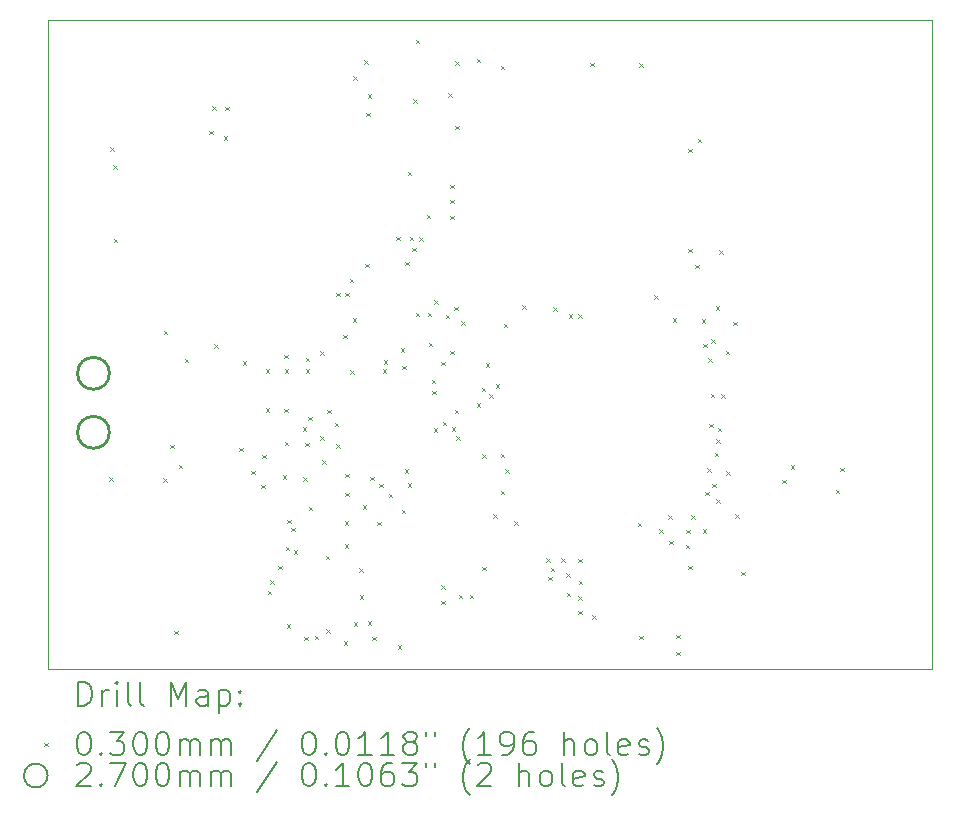
<source format=gbr>
%TF.GenerationSoftware,KiCad,Pcbnew,8.0.5*%
%TF.CreationDate,2024-11-03T18:03:42-05:00*%
%TF.ProjectId,emerald_pcb,656d6572-616c-4645-9f70-63622e6b6963,rev?*%
%TF.SameCoordinates,Original*%
%TF.FileFunction,Drillmap*%
%TF.FilePolarity,Positive*%
%FSLAX45Y45*%
G04 Gerber Fmt 4.5, Leading zero omitted, Abs format (unit mm)*
G04 Created by KiCad (PCBNEW 8.0.5) date 2024-11-03 18:03:42*
%MOMM*%
%LPD*%
G01*
G04 APERTURE LIST*
%ADD10C,0.050000*%
%ADD11C,0.200000*%
%ADD12C,0.100000*%
%ADD13C,0.270000*%
G04 APERTURE END LIST*
D10*
X3474720Y-3454400D02*
X10957560Y-3454400D01*
X10957560Y-8945880D01*
X3474720Y-8945880D01*
X3474720Y-3454400D01*
D11*
D12*
X3993120Y-7325600D02*
X4023120Y-7355600D01*
X4023120Y-7325600D02*
X3993120Y-7355600D01*
X4003280Y-4531600D02*
X4033280Y-4561600D01*
X4033280Y-4531600D02*
X4003280Y-4561600D01*
X4028680Y-4684000D02*
X4058680Y-4714000D01*
X4058680Y-4684000D02*
X4028680Y-4714000D01*
X4033760Y-5308840D02*
X4063760Y-5338840D01*
X4063760Y-5308840D02*
X4033760Y-5338840D01*
X4450320Y-7335760D02*
X4480320Y-7365760D01*
X4480320Y-7335760D02*
X4450320Y-7365760D01*
X4455400Y-6086080D02*
X4485400Y-6116080D01*
X4485400Y-6086080D02*
X4455400Y-6116080D01*
X4511280Y-7051280D02*
X4541280Y-7081280D01*
X4541280Y-7051280D02*
X4511280Y-7081280D01*
X4546840Y-8626080D02*
X4576840Y-8656080D01*
X4576840Y-8626080D02*
X4546840Y-8656080D01*
X4582400Y-7218920D02*
X4612400Y-7248920D01*
X4612400Y-7218920D02*
X4582400Y-7248920D01*
X4632447Y-6324086D02*
X4662447Y-6354086D01*
X4662447Y-6324086D02*
X4632447Y-6354086D01*
X4841480Y-4394440D02*
X4871480Y-4424440D01*
X4871480Y-4394440D02*
X4841480Y-4424440D01*
X4867760Y-4186160D02*
X4897760Y-4216160D01*
X4897760Y-4186160D02*
X4867760Y-4216160D01*
X4882120Y-6198800D02*
X4912120Y-6228800D01*
X4912120Y-6198800D02*
X4882120Y-6228800D01*
X4962520Y-4440160D02*
X4992520Y-4470160D01*
X4992520Y-4440160D02*
X4962520Y-4470160D01*
X4977760Y-4191240D02*
X5007760Y-4221240D01*
X5007760Y-4191240D02*
X4977760Y-4221240D01*
X5095480Y-7077640D02*
X5125480Y-7107640D01*
X5125480Y-7077640D02*
X5095480Y-7107640D01*
X5125960Y-6345160D02*
X5155960Y-6375160D01*
X5155960Y-6345160D02*
X5125960Y-6375160D01*
X5197080Y-7269720D02*
X5227080Y-7299720D01*
X5227080Y-7269720D02*
X5197080Y-7299720D01*
X5283100Y-7391640D02*
X5313100Y-7421640D01*
X5313100Y-7391640D02*
X5283100Y-7421640D01*
X5288520Y-7137640D02*
X5318520Y-7167640D01*
X5318520Y-7137640D02*
X5288520Y-7167640D01*
X5318080Y-6411200D02*
X5348080Y-6441200D01*
X5348080Y-6411200D02*
X5318080Y-6441200D01*
X5318080Y-6741400D02*
X5348080Y-6771400D01*
X5348080Y-6741400D02*
X5318080Y-6771400D01*
X5338360Y-8286219D02*
X5368360Y-8316219D01*
X5368360Y-8286219D02*
X5338360Y-8316219D01*
X5359640Y-8199360D02*
X5389640Y-8229360D01*
X5389640Y-8199360D02*
X5359640Y-8229360D01*
X5424720Y-8077440D02*
X5454720Y-8107440D01*
X5454720Y-8077440D02*
X5424720Y-8107440D01*
X5463100Y-7310360D02*
X5493100Y-7340360D01*
X5493100Y-7310360D02*
X5463100Y-7340360D01*
X5478080Y-6289280D02*
X5508080Y-6319280D01*
X5508080Y-6289280D02*
X5478080Y-6319280D01*
X5478080Y-6746480D02*
X5508080Y-6776480D01*
X5508080Y-6746480D02*
X5478080Y-6776480D01*
X5479040Y-6411200D02*
X5509040Y-6441200D01*
X5509040Y-6411200D02*
X5479040Y-6441200D01*
X5479040Y-7025880D02*
X5509040Y-7055880D01*
X5509040Y-7025880D02*
X5479040Y-7055880D01*
X5489663Y-7913930D02*
X5519663Y-7943930D01*
X5519663Y-7913930D02*
X5489663Y-7943930D01*
X5495439Y-8571027D02*
X5525439Y-8601027D01*
X5525439Y-8571027D02*
X5495439Y-8601027D01*
X5501880Y-7686280D02*
X5531880Y-7716280D01*
X5531880Y-7686280D02*
X5501880Y-7716280D01*
X5535421Y-7753362D02*
X5565421Y-7783362D01*
X5565421Y-7753362D02*
X5535421Y-7783362D01*
X5557760Y-7945360D02*
X5587760Y-7975360D01*
X5587760Y-7945360D02*
X5557760Y-7975360D01*
X5634040Y-6903960D02*
X5664040Y-6933960D01*
X5664040Y-6903960D02*
X5634040Y-6933960D01*
X5639040Y-7325600D02*
X5669040Y-7355600D01*
X5669040Y-7325600D02*
X5639040Y-7355600D01*
X5644120Y-8676920D02*
X5674120Y-8706920D01*
X5674120Y-8676920D02*
X5644120Y-8706920D01*
X5654280Y-7036040D02*
X5684280Y-7066040D01*
X5684280Y-7036040D02*
X5654280Y-7066040D01*
X5659360Y-6314680D02*
X5689360Y-6344680D01*
X5689360Y-6314680D02*
X5659360Y-6344680D01*
X5659360Y-6411200D02*
X5689360Y-6441200D01*
X5689360Y-6411200D02*
X5659360Y-6441200D01*
X5680640Y-6812520D02*
X5710640Y-6842520D01*
X5710640Y-6812520D02*
X5680640Y-6842520D01*
X5684760Y-7574520D02*
X5714760Y-7604520D01*
X5714760Y-7574520D02*
X5684760Y-7604520D01*
X5736004Y-8669889D02*
X5766004Y-8699889D01*
X5766004Y-8669889D02*
X5736004Y-8699889D01*
X5780400Y-6980160D02*
X5810400Y-7010160D01*
X5810400Y-6980160D02*
X5780400Y-7010160D01*
X5782240Y-6257694D02*
X5812240Y-6287694D01*
X5812240Y-6257694D02*
X5782240Y-6287694D01*
X5798440Y-7183360D02*
X5828440Y-7213360D01*
X5828440Y-7183360D02*
X5798440Y-7213360D01*
X5829149Y-7991722D02*
X5859149Y-8021722D01*
X5859149Y-7991722D02*
X5829149Y-8021722D01*
X5830720Y-8614055D02*
X5860720Y-8644055D01*
X5860720Y-8614055D02*
X5830720Y-8644055D01*
X5842240Y-6756640D02*
X5872240Y-6786640D01*
X5872240Y-6756640D02*
X5842240Y-6786640D01*
X5902965Y-6864736D02*
X5932965Y-6894736D01*
X5932965Y-6864736D02*
X5902965Y-6894736D01*
X5914640Y-5763840D02*
X5944640Y-5793840D01*
X5944640Y-5763840D02*
X5914640Y-5793840D01*
X5918440Y-7046200D02*
X5948440Y-7076200D01*
X5948440Y-7046200D02*
X5918440Y-7076200D01*
X5974320Y-6121640D02*
X6004320Y-6151640D01*
X6004320Y-6121640D02*
X5974320Y-6151640D01*
X5979400Y-8716920D02*
X6009400Y-8746920D01*
X6009400Y-8716920D02*
X5979400Y-8746920D01*
X5989560Y-7697400D02*
X6019560Y-7727400D01*
X6019560Y-7697400D02*
X5989560Y-7727400D01*
X5989560Y-7894560D02*
X6019560Y-7924560D01*
X6019560Y-7894560D02*
X5989560Y-7924560D01*
X5994640Y-5763840D02*
X6024640Y-5793840D01*
X6024640Y-5763840D02*
X5994640Y-5793840D01*
X5994640Y-7295120D02*
X6024640Y-7325120D01*
X6024640Y-7295120D02*
X5994640Y-7325120D01*
X5994640Y-7457680D02*
X6024640Y-7487680D01*
X6024640Y-7457680D02*
X5994640Y-7487680D01*
X6029201Y-5644630D02*
X6059201Y-5674630D01*
X6059201Y-5644630D02*
X6029201Y-5674630D01*
X6035280Y-6421360D02*
X6065280Y-6451360D01*
X6065280Y-6421360D02*
X6035280Y-6451360D01*
X6055600Y-5979400D02*
X6085600Y-6009400D01*
X6085600Y-5979400D02*
X6055600Y-6009400D01*
X6060680Y-3932160D02*
X6090680Y-3962160D01*
X6090680Y-3932160D02*
X6060680Y-3962160D01*
X6065760Y-8555000D02*
X6095760Y-8585000D01*
X6095760Y-8555000D02*
X6065760Y-8585000D01*
X6111480Y-8097760D02*
X6141480Y-8127760D01*
X6141480Y-8097760D02*
X6111480Y-8127760D01*
X6116560Y-8326360D02*
X6146560Y-8356360D01*
X6146560Y-8326360D02*
X6116560Y-8356360D01*
X6141960Y-7564360D02*
X6171960Y-7594360D01*
X6171960Y-7564360D02*
X6141960Y-7594360D01*
X6152120Y-3795000D02*
X6182120Y-3825000D01*
X6182120Y-3795000D02*
X6152120Y-3825000D01*
X6162280Y-5517120D02*
X6192280Y-5547120D01*
X6192280Y-5517120D02*
X6162280Y-5547120D01*
X6172440Y-4242040D02*
X6202440Y-4272040D01*
X6202440Y-4242040D02*
X6172440Y-4272040D01*
X6181720Y-4084560D02*
X6211720Y-4114560D01*
X6211720Y-4084560D02*
X6181720Y-4114560D01*
X6182600Y-8544800D02*
X6212600Y-8574800D01*
X6212600Y-8544800D02*
X6182600Y-8574800D01*
X6202920Y-7320520D02*
X6232920Y-7350520D01*
X6232920Y-7320520D02*
X6202920Y-7350520D01*
X6220372Y-8675000D02*
X6250372Y-8705000D01*
X6250372Y-8675000D02*
X6220372Y-8705000D01*
X6263880Y-7701520D02*
X6293880Y-7731520D01*
X6293880Y-7701520D02*
X6263880Y-7731520D01*
X6279120Y-7381480D02*
X6309120Y-7411480D01*
X6309120Y-7381480D02*
X6279120Y-7411480D01*
X6309019Y-6409868D02*
X6339019Y-6439868D01*
X6339019Y-6409868D02*
X6309019Y-6439868D01*
X6320513Y-6335753D02*
X6350513Y-6365753D01*
X6350513Y-6335753D02*
X6320513Y-6365753D01*
X6360400Y-7467840D02*
X6390400Y-7497840D01*
X6390400Y-7467840D02*
X6360400Y-7497840D01*
X6426440Y-5288520D02*
X6456440Y-5318520D01*
X6456440Y-5288520D02*
X6426440Y-5318520D01*
X6436600Y-8748000D02*
X6466600Y-8778000D01*
X6466600Y-8748000D02*
X6436600Y-8778000D01*
X6462000Y-6233400D02*
X6492000Y-6263400D01*
X6492000Y-6233400D02*
X6462000Y-6263400D01*
X6472160Y-7599920D02*
X6502160Y-7629920D01*
X6502160Y-7599920D02*
X6472160Y-7629920D01*
X6477240Y-6380720D02*
X6507240Y-6410720D01*
X6507240Y-6380720D02*
X6477240Y-6410720D01*
X6497560Y-7259560D02*
X6527560Y-7289560D01*
X6527560Y-7259560D02*
X6497560Y-7289560D01*
X6501400Y-5501880D02*
X6531400Y-5531880D01*
X6531400Y-5501880D02*
X6501400Y-5531880D01*
X6522960Y-4739880D02*
X6552960Y-4769880D01*
X6552960Y-4739880D02*
X6522960Y-4769880D01*
X6522960Y-7375520D02*
X6552960Y-7405520D01*
X6552960Y-7375520D02*
X6522960Y-7405520D01*
X6538200Y-5288520D02*
X6568200Y-5318520D01*
X6568200Y-5288520D02*
X6538200Y-5318520D01*
X6561400Y-5385040D02*
X6591400Y-5415040D01*
X6591400Y-5385040D02*
X6561400Y-5415040D01*
X6568680Y-4125200D02*
X6598680Y-4155200D01*
X6598680Y-4125200D02*
X6568680Y-4155200D01*
X6589000Y-3623160D02*
X6619000Y-3653160D01*
X6619000Y-3623160D02*
X6589000Y-3653160D01*
X6589000Y-5933840D02*
X6619000Y-5963840D01*
X6619000Y-5933840D02*
X6589000Y-5963840D01*
X6621400Y-5293600D02*
X6651400Y-5323600D01*
X6651400Y-5293600D02*
X6621400Y-5323600D01*
X6681400Y-5105640D02*
X6711400Y-5135640D01*
X6711400Y-5105640D02*
X6681400Y-5135640D01*
X6692079Y-5933840D02*
X6722079Y-5963840D01*
X6722079Y-5933840D02*
X6692079Y-5963840D01*
X6700760Y-6188640D02*
X6730760Y-6218640D01*
X6730760Y-6188640D02*
X6700760Y-6218640D01*
X6726160Y-6500720D02*
X6756160Y-6530720D01*
X6756160Y-6500720D02*
X6726160Y-6530720D01*
X6731240Y-6595600D02*
X6761240Y-6625600D01*
X6761240Y-6595600D02*
X6731240Y-6625600D01*
X6741400Y-6910600D02*
X6771400Y-6940600D01*
X6771400Y-6910600D02*
X6741400Y-6940600D01*
X6746206Y-5825766D02*
X6776206Y-5855766D01*
X6776206Y-5825766D02*
X6746206Y-5855766D01*
X6807440Y-6348660D02*
X6837440Y-6378660D01*
X6837440Y-6348660D02*
X6807440Y-6378660D01*
X6807440Y-8240000D02*
X6837440Y-8270000D01*
X6837440Y-8240000D02*
X6807440Y-8270000D01*
X6807440Y-8372080D02*
X6837440Y-8402080D01*
X6837440Y-8372080D02*
X6807440Y-8402080D01*
X6817600Y-6858240D02*
X6847600Y-6888240D01*
X6847600Y-6858240D02*
X6817600Y-6888240D01*
X6844786Y-5950706D02*
X6874786Y-5980706D01*
X6874786Y-5950706D02*
X6844786Y-5980706D01*
X6864280Y-4074400D02*
X6894280Y-4104400D01*
X6894280Y-4074400D02*
X6864280Y-4104400D01*
X6882680Y-4978640D02*
X6912680Y-5008640D01*
X6912680Y-4978640D02*
X6882680Y-5008640D01*
X6882680Y-5110720D02*
X6912680Y-5140720D01*
X6912680Y-5110720D02*
X6882680Y-5140720D01*
X6883640Y-4851640D02*
X6913640Y-4881640D01*
X6913640Y-4851640D02*
X6883640Y-4881640D01*
X6883640Y-6254680D02*
X6913640Y-6284680D01*
X6913640Y-6254680D02*
X6883640Y-6284680D01*
X6893800Y-6903960D02*
X6923800Y-6933960D01*
X6923800Y-6903960D02*
X6893800Y-6933960D01*
X6914120Y-5882880D02*
X6944120Y-5912880D01*
X6944120Y-5882880D02*
X6914120Y-5912880D01*
X6919902Y-6755760D02*
X6949902Y-6785760D01*
X6949902Y-6755760D02*
X6919902Y-6785760D01*
X6924280Y-3805160D02*
X6954280Y-3835160D01*
X6954280Y-3805160D02*
X6924280Y-3835160D01*
X6924280Y-4348720D02*
X6954280Y-4378720D01*
X6954280Y-4348720D02*
X6924280Y-4378720D01*
X6934440Y-6980160D02*
X6964440Y-7010160D01*
X6964440Y-6980160D02*
X6934440Y-7010160D01*
X6954760Y-8321280D02*
X6984760Y-8351280D01*
X6984760Y-8321280D02*
X6954760Y-8351280D01*
X6975080Y-6003920D02*
X7005080Y-6033920D01*
X7005080Y-6003920D02*
X6975080Y-6033920D01*
X7046200Y-8321280D02*
X7076200Y-8351280D01*
X7076200Y-8321280D02*
X7046200Y-8351280D01*
X7106406Y-3782920D02*
X7136406Y-3812920D01*
X7136406Y-3782920D02*
X7106406Y-3812920D01*
X7107160Y-6700760D02*
X7137160Y-6730760D01*
X7137160Y-6700760D02*
X7107160Y-6730760D01*
X7149586Y-6570466D02*
X7179586Y-6600466D01*
X7179586Y-6570466D02*
X7149586Y-6600466D01*
X7152880Y-7132560D02*
X7182880Y-7162560D01*
X7182880Y-7132560D02*
X7152880Y-7162560D01*
X7152880Y-8082520D02*
X7182880Y-8112520D01*
X7182880Y-8082520D02*
X7152880Y-8112520D01*
X7182606Y-6359646D02*
X7212606Y-6389646D01*
X7212606Y-6359646D02*
X7182606Y-6389646D01*
X7213840Y-6622120D02*
X7243840Y-6652120D01*
X7243840Y-6622120D02*
X7213840Y-6652120D01*
X7244320Y-7637400D02*
X7274320Y-7667400D01*
X7274320Y-7637400D02*
X7244320Y-7667400D01*
X7267786Y-6537120D02*
X7297786Y-6567120D01*
X7297786Y-6537120D02*
X7267786Y-6567120D01*
X7309480Y-7127480D02*
X7339480Y-7157480D01*
X7339480Y-7127480D02*
X7309480Y-7157480D01*
X7309480Y-7442440D02*
X7339480Y-7472440D01*
X7339480Y-7442440D02*
X7309480Y-7472440D01*
X7310360Y-3842920D02*
X7340360Y-3872920D01*
X7340360Y-3842920D02*
X7310360Y-3872920D01*
X7335760Y-6025120D02*
X7365760Y-6055120D01*
X7365760Y-6025120D02*
X7335760Y-6055120D01*
X7345920Y-7259560D02*
X7375920Y-7289560D01*
X7375920Y-7259560D02*
X7345920Y-7289560D01*
X7422120Y-7697400D02*
X7452120Y-7727400D01*
X7452120Y-7697400D02*
X7422120Y-7727400D01*
X7490189Y-5869669D02*
X7520189Y-5899669D01*
X7520189Y-5869669D02*
X7490189Y-5899669D01*
X7696440Y-8013940D02*
X7726440Y-8043940D01*
X7726440Y-8013940D02*
X7696440Y-8043940D01*
X7711387Y-8169979D02*
X7741387Y-8199979D01*
X7741387Y-8169979D02*
X7711387Y-8199979D01*
X7732000Y-8092680D02*
X7762000Y-8122680D01*
X7762000Y-8092680D02*
X7732000Y-8122680D01*
X7752320Y-5887960D02*
X7782320Y-5917960D01*
X7782320Y-5887960D02*
X7752320Y-5917960D01*
X7823513Y-8013940D02*
X7853513Y-8043940D01*
X7853513Y-8013940D02*
X7823513Y-8043940D01*
X7863326Y-8139153D02*
X7893326Y-8169153D01*
X7893326Y-8139153D02*
X7863326Y-8169153D01*
X7869160Y-8306040D02*
X7899160Y-8336040D01*
X7899160Y-8306040D02*
X7869160Y-8336040D01*
X7885680Y-5944800D02*
X7915680Y-5974800D01*
X7915680Y-5944800D02*
X7885680Y-5974800D01*
X7965680Y-5944800D02*
X7995680Y-5974800D01*
X7995680Y-5944800D02*
X7965680Y-5974800D01*
X7965680Y-8016480D02*
X7995680Y-8046480D01*
X7995680Y-8016480D02*
X7965680Y-8046480D01*
X7965680Y-8334940D02*
X7995680Y-8364940D01*
X7995680Y-8334940D02*
X7965680Y-8364940D01*
X7965680Y-8454940D02*
X7995680Y-8484940D01*
X7995680Y-8454940D02*
X7965680Y-8484940D01*
X7970760Y-8204440D02*
X8000760Y-8234440D01*
X8000760Y-8204440D02*
X7970760Y-8234440D01*
X8067280Y-3815320D02*
X8097280Y-3845320D01*
X8097280Y-3815320D02*
X8067280Y-3845320D01*
X8083737Y-8494940D02*
X8113737Y-8524940D01*
X8113737Y-8494940D02*
X8083737Y-8524940D01*
X8468600Y-7711680D02*
X8498600Y-7741680D01*
X8498600Y-7711680D02*
X8468600Y-7741680D01*
X8483840Y-3820400D02*
X8513840Y-3850400D01*
X8513840Y-3820400D02*
X8483840Y-3850400D01*
X8483840Y-8667680D02*
X8513840Y-8697680D01*
X8513840Y-8667680D02*
X8483840Y-8697680D01*
X8610840Y-5784800D02*
X8640840Y-5814800D01*
X8640840Y-5784800D02*
X8610840Y-5814800D01*
X8651480Y-7766600D02*
X8681480Y-7796600D01*
X8681480Y-7766600D02*
X8651480Y-7796600D01*
X8727680Y-7646600D02*
X8757680Y-7676600D01*
X8757680Y-7646600D02*
X8727680Y-7676600D01*
X8737840Y-7864080D02*
X8767840Y-7894080D01*
X8767840Y-7864080D02*
X8737840Y-7894080D01*
X8765173Y-5980360D02*
X8795173Y-6010360D01*
X8795173Y-5980360D02*
X8765173Y-6010360D01*
X8793720Y-8660760D02*
X8823720Y-8690760D01*
X8823720Y-8660760D02*
X8793720Y-8690760D01*
X8793720Y-8802640D02*
X8823720Y-8832640D01*
X8823720Y-8802640D02*
X8793720Y-8832640D01*
X8875000Y-7899640D02*
X8905000Y-7929640D01*
X8905000Y-7899640D02*
X8875000Y-7929640D01*
X8879807Y-7772366D02*
X8909807Y-7802366D01*
X8909807Y-7772366D02*
X8879807Y-7802366D01*
X8895320Y-8077440D02*
X8925320Y-8107440D01*
X8925320Y-8077440D02*
X8895320Y-8107440D01*
X8895594Y-4546567D02*
X8925594Y-4576567D01*
X8925594Y-4546567D02*
X8895594Y-4576567D01*
X8896280Y-5390120D02*
X8926280Y-5420120D01*
X8926280Y-5390120D02*
X8896280Y-5420120D01*
X8920720Y-7646600D02*
X8950720Y-7676600D01*
X8950720Y-7646600D02*
X8920720Y-7676600D01*
X8956280Y-5527280D02*
X8986280Y-5557280D01*
X8986280Y-5527280D02*
X8956280Y-5557280D01*
X8976600Y-4460480D02*
X9006600Y-4490480D01*
X9006600Y-4460480D02*
X8976600Y-4490480D01*
X9009409Y-5990124D02*
X9039409Y-6020124D01*
X9039409Y-5990124D02*
X9009409Y-6020124D01*
X9018747Y-7766600D02*
X9048747Y-7796600D01*
X9048747Y-7766600D02*
X9018747Y-7796600D01*
X9024112Y-6197120D02*
X9054112Y-6227120D01*
X9054112Y-6197120D02*
X9024112Y-6227120D01*
X9039480Y-7448561D02*
X9069480Y-7478561D01*
X9069480Y-7448561D02*
X9039480Y-7478561D01*
X9059800Y-7252120D02*
X9089800Y-7282120D01*
X9089800Y-7252120D02*
X9059800Y-7282120D01*
X9068040Y-6317120D02*
X9098040Y-6347120D01*
X9098040Y-6317120D02*
X9068040Y-6347120D01*
X9073120Y-6873480D02*
X9103120Y-6903480D01*
X9103120Y-6873480D02*
X9073120Y-6903480D01*
X9088360Y-6619480D02*
X9118360Y-6649480D01*
X9118360Y-6619480D02*
X9088360Y-6649480D01*
X9093440Y-6157200D02*
X9123440Y-6187200D01*
X9123440Y-6157200D02*
X9093440Y-6187200D01*
X9099480Y-7381480D02*
X9129480Y-7411480D01*
X9129480Y-7381480D02*
X9099480Y-7411480D01*
X9119800Y-7117320D02*
X9149800Y-7147320D01*
X9149800Y-7117320D02*
X9119800Y-7147320D01*
X9129000Y-5877800D02*
X9159000Y-5907800D01*
X9159000Y-5877800D02*
X9129000Y-5907800D01*
X9134080Y-7005560D02*
X9164080Y-7035560D01*
X9164080Y-7005560D02*
X9134080Y-7035560D01*
X9134080Y-7513560D02*
X9164080Y-7543560D01*
X9164080Y-7513560D02*
X9134080Y-7543560D01*
X9145757Y-6907005D02*
X9175757Y-6937005D01*
X9175757Y-6907005D02*
X9145757Y-6937005D01*
X9159480Y-5405360D02*
X9189480Y-5435360D01*
X9189480Y-5405360D02*
X9159480Y-5435360D01*
X9174720Y-6622120D02*
X9204720Y-6652120D01*
X9204720Y-6622120D02*
X9174720Y-6652120D01*
X9215360Y-6253720D02*
X9245360Y-6283720D01*
X9245360Y-6253720D02*
X9215360Y-6283720D01*
X9219480Y-7276483D02*
X9249480Y-7306483D01*
X9249480Y-7276483D02*
X9219480Y-7306483D01*
X9276320Y-6009880D02*
X9306320Y-6039880D01*
X9306320Y-6009880D02*
X9276320Y-6039880D01*
X9296640Y-7640560D02*
X9326640Y-7670560D01*
X9326640Y-7640560D02*
X9296640Y-7670560D01*
X9347440Y-8128240D02*
X9377440Y-8158240D01*
X9377440Y-8128240D02*
X9347440Y-8158240D01*
X9692880Y-7345920D02*
X9722880Y-7375920D01*
X9722880Y-7345920D02*
X9692880Y-7375920D01*
X9762674Y-7225326D02*
X9792674Y-7255326D01*
X9792674Y-7225326D02*
X9762674Y-7255326D01*
X10145000Y-7432280D02*
X10175000Y-7462280D01*
X10175000Y-7432280D02*
X10145000Y-7462280D01*
X10185640Y-7244320D02*
X10215640Y-7274320D01*
X10215640Y-7244320D02*
X10185640Y-7274320D01*
D13*
X3995800Y-6446520D02*
G75*
G02*
X3725800Y-6446520I-135000J0D01*
G01*
X3725800Y-6446520D02*
G75*
G02*
X3995800Y-6446520I135000J0D01*
G01*
X3995800Y-6946520D02*
G75*
G02*
X3725800Y-6946520I-135000J0D01*
G01*
X3725800Y-6946520D02*
G75*
G02*
X3995800Y-6946520I135000J0D01*
G01*
D11*
X3732997Y-9259864D02*
X3732997Y-9059864D01*
X3732997Y-9059864D02*
X3780616Y-9059864D01*
X3780616Y-9059864D02*
X3809187Y-9069388D01*
X3809187Y-9069388D02*
X3828235Y-9088435D01*
X3828235Y-9088435D02*
X3837759Y-9107483D01*
X3837759Y-9107483D02*
X3847282Y-9145578D01*
X3847282Y-9145578D02*
X3847282Y-9174150D01*
X3847282Y-9174150D02*
X3837759Y-9212245D01*
X3837759Y-9212245D02*
X3828235Y-9231292D01*
X3828235Y-9231292D02*
X3809187Y-9250340D01*
X3809187Y-9250340D02*
X3780616Y-9259864D01*
X3780616Y-9259864D02*
X3732997Y-9259864D01*
X3932997Y-9259864D02*
X3932997Y-9126530D01*
X3932997Y-9164626D02*
X3942521Y-9145578D01*
X3942521Y-9145578D02*
X3952044Y-9136054D01*
X3952044Y-9136054D02*
X3971092Y-9126530D01*
X3971092Y-9126530D02*
X3990140Y-9126530D01*
X4056806Y-9259864D02*
X4056806Y-9126530D01*
X4056806Y-9059864D02*
X4047282Y-9069388D01*
X4047282Y-9069388D02*
X4056806Y-9078911D01*
X4056806Y-9078911D02*
X4066330Y-9069388D01*
X4066330Y-9069388D02*
X4056806Y-9059864D01*
X4056806Y-9059864D02*
X4056806Y-9078911D01*
X4180616Y-9259864D02*
X4161568Y-9250340D01*
X4161568Y-9250340D02*
X4152044Y-9231292D01*
X4152044Y-9231292D02*
X4152044Y-9059864D01*
X4285378Y-9259864D02*
X4266330Y-9250340D01*
X4266330Y-9250340D02*
X4256806Y-9231292D01*
X4256806Y-9231292D02*
X4256806Y-9059864D01*
X4513949Y-9259864D02*
X4513949Y-9059864D01*
X4513949Y-9059864D02*
X4580616Y-9202721D01*
X4580616Y-9202721D02*
X4647283Y-9059864D01*
X4647283Y-9059864D02*
X4647283Y-9259864D01*
X4828235Y-9259864D02*
X4828235Y-9155102D01*
X4828235Y-9155102D02*
X4818711Y-9136054D01*
X4818711Y-9136054D02*
X4799664Y-9126530D01*
X4799664Y-9126530D02*
X4761568Y-9126530D01*
X4761568Y-9126530D02*
X4742521Y-9136054D01*
X4828235Y-9250340D02*
X4809187Y-9259864D01*
X4809187Y-9259864D02*
X4761568Y-9259864D01*
X4761568Y-9259864D02*
X4742521Y-9250340D01*
X4742521Y-9250340D02*
X4732997Y-9231292D01*
X4732997Y-9231292D02*
X4732997Y-9212245D01*
X4732997Y-9212245D02*
X4742521Y-9193197D01*
X4742521Y-9193197D02*
X4761568Y-9183673D01*
X4761568Y-9183673D02*
X4809187Y-9183673D01*
X4809187Y-9183673D02*
X4828235Y-9174150D01*
X4923473Y-9126530D02*
X4923473Y-9326530D01*
X4923473Y-9136054D02*
X4942521Y-9126530D01*
X4942521Y-9126530D02*
X4980616Y-9126530D01*
X4980616Y-9126530D02*
X4999664Y-9136054D01*
X4999664Y-9136054D02*
X5009187Y-9145578D01*
X5009187Y-9145578D02*
X5018711Y-9164626D01*
X5018711Y-9164626D02*
X5018711Y-9221769D01*
X5018711Y-9221769D02*
X5009187Y-9240816D01*
X5009187Y-9240816D02*
X4999664Y-9250340D01*
X4999664Y-9250340D02*
X4980616Y-9259864D01*
X4980616Y-9259864D02*
X4942521Y-9259864D01*
X4942521Y-9259864D02*
X4923473Y-9250340D01*
X5104425Y-9240816D02*
X5113949Y-9250340D01*
X5113949Y-9250340D02*
X5104425Y-9259864D01*
X5104425Y-9259864D02*
X5094902Y-9250340D01*
X5094902Y-9250340D02*
X5104425Y-9240816D01*
X5104425Y-9240816D02*
X5104425Y-9259864D01*
X5104425Y-9136054D02*
X5113949Y-9145578D01*
X5113949Y-9145578D02*
X5104425Y-9155102D01*
X5104425Y-9155102D02*
X5094902Y-9145578D01*
X5094902Y-9145578D02*
X5104425Y-9136054D01*
X5104425Y-9136054D02*
X5104425Y-9155102D01*
D12*
X3442220Y-9573380D02*
X3472220Y-9603380D01*
X3472220Y-9573380D02*
X3442220Y-9603380D01*
D11*
X3771092Y-9479864D02*
X3790140Y-9479864D01*
X3790140Y-9479864D02*
X3809187Y-9489388D01*
X3809187Y-9489388D02*
X3818711Y-9498911D01*
X3818711Y-9498911D02*
X3828235Y-9517959D01*
X3828235Y-9517959D02*
X3837759Y-9556054D01*
X3837759Y-9556054D02*
X3837759Y-9603673D01*
X3837759Y-9603673D02*
X3828235Y-9641769D01*
X3828235Y-9641769D02*
X3818711Y-9660816D01*
X3818711Y-9660816D02*
X3809187Y-9670340D01*
X3809187Y-9670340D02*
X3790140Y-9679864D01*
X3790140Y-9679864D02*
X3771092Y-9679864D01*
X3771092Y-9679864D02*
X3752044Y-9670340D01*
X3752044Y-9670340D02*
X3742521Y-9660816D01*
X3742521Y-9660816D02*
X3732997Y-9641769D01*
X3732997Y-9641769D02*
X3723473Y-9603673D01*
X3723473Y-9603673D02*
X3723473Y-9556054D01*
X3723473Y-9556054D02*
X3732997Y-9517959D01*
X3732997Y-9517959D02*
X3742521Y-9498911D01*
X3742521Y-9498911D02*
X3752044Y-9489388D01*
X3752044Y-9489388D02*
X3771092Y-9479864D01*
X3923473Y-9660816D02*
X3932997Y-9670340D01*
X3932997Y-9670340D02*
X3923473Y-9679864D01*
X3923473Y-9679864D02*
X3913949Y-9670340D01*
X3913949Y-9670340D02*
X3923473Y-9660816D01*
X3923473Y-9660816D02*
X3923473Y-9679864D01*
X3999663Y-9479864D02*
X4123473Y-9479864D01*
X4123473Y-9479864D02*
X4056806Y-9556054D01*
X4056806Y-9556054D02*
X4085378Y-9556054D01*
X4085378Y-9556054D02*
X4104425Y-9565578D01*
X4104425Y-9565578D02*
X4113949Y-9575102D01*
X4113949Y-9575102D02*
X4123473Y-9594150D01*
X4123473Y-9594150D02*
X4123473Y-9641769D01*
X4123473Y-9641769D02*
X4113949Y-9660816D01*
X4113949Y-9660816D02*
X4104425Y-9670340D01*
X4104425Y-9670340D02*
X4085378Y-9679864D01*
X4085378Y-9679864D02*
X4028235Y-9679864D01*
X4028235Y-9679864D02*
X4009187Y-9670340D01*
X4009187Y-9670340D02*
X3999663Y-9660816D01*
X4247283Y-9479864D02*
X4266330Y-9479864D01*
X4266330Y-9479864D02*
X4285378Y-9489388D01*
X4285378Y-9489388D02*
X4294902Y-9498911D01*
X4294902Y-9498911D02*
X4304425Y-9517959D01*
X4304425Y-9517959D02*
X4313949Y-9556054D01*
X4313949Y-9556054D02*
X4313949Y-9603673D01*
X4313949Y-9603673D02*
X4304425Y-9641769D01*
X4304425Y-9641769D02*
X4294902Y-9660816D01*
X4294902Y-9660816D02*
X4285378Y-9670340D01*
X4285378Y-9670340D02*
X4266330Y-9679864D01*
X4266330Y-9679864D02*
X4247283Y-9679864D01*
X4247283Y-9679864D02*
X4228235Y-9670340D01*
X4228235Y-9670340D02*
X4218711Y-9660816D01*
X4218711Y-9660816D02*
X4209187Y-9641769D01*
X4209187Y-9641769D02*
X4199664Y-9603673D01*
X4199664Y-9603673D02*
X4199664Y-9556054D01*
X4199664Y-9556054D02*
X4209187Y-9517959D01*
X4209187Y-9517959D02*
X4218711Y-9498911D01*
X4218711Y-9498911D02*
X4228235Y-9489388D01*
X4228235Y-9489388D02*
X4247283Y-9479864D01*
X4437759Y-9479864D02*
X4456806Y-9479864D01*
X4456806Y-9479864D02*
X4475854Y-9489388D01*
X4475854Y-9489388D02*
X4485378Y-9498911D01*
X4485378Y-9498911D02*
X4494902Y-9517959D01*
X4494902Y-9517959D02*
X4504425Y-9556054D01*
X4504425Y-9556054D02*
X4504425Y-9603673D01*
X4504425Y-9603673D02*
X4494902Y-9641769D01*
X4494902Y-9641769D02*
X4485378Y-9660816D01*
X4485378Y-9660816D02*
X4475854Y-9670340D01*
X4475854Y-9670340D02*
X4456806Y-9679864D01*
X4456806Y-9679864D02*
X4437759Y-9679864D01*
X4437759Y-9679864D02*
X4418711Y-9670340D01*
X4418711Y-9670340D02*
X4409187Y-9660816D01*
X4409187Y-9660816D02*
X4399664Y-9641769D01*
X4399664Y-9641769D02*
X4390140Y-9603673D01*
X4390140Y-9603673D02*
X4390140Y-9556054D01*
X4390140Y-9556054D02*
X4399664Y-9517959D01*
X4399664Y-9517959D02*
X4409187Y-9498911D01*
X4409187Y-9498911D02*
X4418711Y-9489388D01*
X4418711Y-9489388D02*
X4437759Y-9479864D01*
X4590140Y-9679864D02*
X4590140Y-9546530D01*
X4590140Y-9565578D02*
X4599664Y-9556054D01*
X4599664Y-9556054D02*
X4618711Y-9546530D01*
X4618711Y-9546530D02*
X4647283Y-9546530D01*
X4647283Y-9546530D02*
X4666330Y-9556054D01*
X4666330Y-9556054D02*
X4675854Y-9575102D01*
X4675854Y-9575102D02*
X4675854Y-9679864D01*
X4675854Y-9575102D02*
X4685378Y-9556054D01*
X4685378Y-9556054D02*
X4704425Y-9546530D01*
X4704425Y-9546530D02*
X4732997Y-9546530D01*
X4732997Y-9546530D02*
X4752045Y-9556054D01*
X4752045Y-9556054D02*
X4761568Y-9575102D01*
X4761568Y-9575102D02*
X4761568Y-9679864D01*
X4856806Y-9679864D02*
X4856806Y-9546530D01*
X4856806Y-9565578D02*
X4866330Y-9556054D01*
X4866330Y-9556054D02*
X4885378Y-9546530D01*
X4885378Y-9546530D02*
X4913949Y-9546530D01*
X4913949Y-9546530D02*
X4932997Y-9556054D01*
X4932997Y-9556054D02*
X4942521Y-9575102D01*
X4942521Y-9575102D02*
X4942521Y-9679864D01*
X4942521Y-9575102D02*
X4952045Y-9556054D01*
X4952045Y-9556054D02*
X4971092Y-9546530D01*
X4971092Y-9546530D02*
X4999664Y-9546530D01*
X4999664Y-9546530D02*
X5018711Y-9556054D01*
X5018711Y-9556054D02*
X5028235Y-9575102D01*
X5028235Y-9575102D02*
X5028235Y-9679864D01*
X5418711Y-9470340D02*
X5247283Y-9727483D01*
X5675854Y-9479864D02*
X5694902Y-9479864D01*
X5694902Y-9479864D02*
X5713949Y-9489388D01*
X5713949Y-9489388D02*
X5723473Y-9498911D01*
X5723473Y-9498911D02*
X5732997Y-9517959D01*
X5732997Y-9517959D02*
X5742521Y-9556054D01*
X5742521Y-9556054D02*
X5742521Y-9603673D01*
X5742521Y-9603673D02*
X5732997Y-9641769D01*
X5732997Y-9641769D02*
X5723473Y-9660816D01*
X5723473Y-9660816D02*
X5713949Y-9670340D01*
X5713949Y-9670340D02*
X5694902Y-9679864D01*
X5694902Y-9679864D02*
X5675854Y-9679864D01*
X5675854Y-9679864D02*
X5656806Y-9670340D01*
X5656806Y-9670340D02*
X5647283Y-9660816D01*
X5647283Y-9660816D02*
X5637759Y-9641769D01*
X5637759Y-9641769D02*
X5628235Y-9603673D01*
X5628235Y-9603673D02*
X5628235Y-9556054D01*
X5628235Y-9556054D02*
X5637759Y-9517959D01*
X5637759Y-9517959D02*
X5647283Y-9498911D01*
X5647283Y-9498911D02*
X5656806Y-9489388D01*
X5656806Y-9489388D02*
X5675854Y-9479864D01*
X5828235Y-9660816D02*
X5837759Y-9670340D01*
X5837759Y-9670340D02*
X5828235Y-9679864D01*
X5828235Y-9679864D02*
X5818711Y-9670340D01*
X5818711Y-9670340D02*
X5828235Y-9660816D01*
X5828235Y-9660816D02*
X5828235Y-9679864D01*
X5961568Y-9479864D02*
X5980616Y-9479864D01*
X5980616Y-9479864D02*
X5999664Y-9489388D01*
X5999664Y-9489388D02*
X6009187Y-9498911D01*
X6009187Y-9498911D02*
X6018711Y-9517959D01*
X6018711Y-9517959D02*
X6028235Y-9556054D01*
X6028235Y-9556054D02*
X6028235Y-9603673D01*
X6028235Y-9603673D02*
X6018711Y-9641769D01*
X6018711Y-9641769D02*
X6009187Y-9660816D01*
X6009187Y-9660816D02*
X5999664Y-9670340D01*
X5999664Y-9670340D02*
X5980616Y-9679864D01*
X5980616Y-9679864D02*
X5961568Y-9679864D01*
X5961568Y-9679864D02*
X5942521Y-9670340D01*
X5942521Y-9670340D02*
X5932997Y-9660816D01*
X5932997Y-9660816D02*
X5923473Y-9641769D01*
X5923473Y-9641769D02*
X5913949Y-9603673D01*
X5913949Y-9603673D02*
X5913949Y-9556054D01*
X5913949Y-9556054D02*
X5923473Y-9517959D01*
X5923473Y-9517959D02*
X5932997Y-9498911D01*
X5932997Y-9498911D02*
X5942521Y-9489388D01*
X5942521Y-9489388D02*
X5961568Y-9479864D01*
X6218711Y-9679864D02*
X6104426Y-9679864D01*
X6161568Y-9679864D02*
X6161568Y-9479864D01*
X6161568Y-9479864D02*
X6142521Y-9508435D01*
X6142521Y-9508435D02*
X6123473Y-9527483D01*
X6123473Y-9527483D02*
X6104426Y-9537007D01*
X6409187Y-9679864D02*
X6294902Y-9679864D01*
X6352045Y-9679864D02*
X6352045Y-9479864D01*
X6352045Y-9479864D02*
X6332997Y-9508435D01*
X6332997Y-9508435D02*
X6313949Y-9527483D01*
X6313949Y-9527483D02*
X6294902Y-9537007D01*
X6523473Y-9565578D02*
X6504426Y-9556054D01*
X6504426Y-9556054D02*
X6494902Y-9546530D01*
X6494902Y-9546530D02*
X6485378Y-9527483D01*
X6485378Y-9527483D02*
X6485378Y-9517959D01*
X6485378Y-9517959D02*
X6494902Y-9498911D01*
X6494902Y-9498911D02*
X6504426Y-9489388D01*
X6504426Y-9489388D02*
X6523473Y-9479864D01*
X6523473Y-9479864D02*
X6561568Y-9479864D01*
X6561568Y-9479864D02*
X6580616Y-9489388D01*
X6580616Y-9489388D02*
X6590140Y-9498911D01*
X6590140Y-9498911D02*
X6599664Y-9517959D01*
X6599664Y-9517959D02*
X6599664Y-9527483D01*
X6599664Y-9527483D02*
X6590140Y-9546530D01*
X6590140Y-9546530D02*
X6580616Y-9556054D01*
X6580616Y-9556054D02*
X6561568Y-9565578D01*
X6561568Y-9565578D02*
X6523473Y-9565578D01*
X6523473Y-9565578D02*
X6504426Y-9575102D01*
X6504426Y-9575102D02*
X6494902Y-9584626D01*
X6494902Y-9584626D02*
X6485378Y-9603673D01*
X6485378Y-9603673D02*
X6485378Y-9641769D01*
X6485378Y-9641769D02*
X6494902Y-9660816D01*
X6494902Y-9660816D02*
X6504426Y-9670340D01*
X6504426Y-9670340D02*
X6523473Y-9679864D01*
X6523473Y-9679864D02*
X6561568Y-9679864D01*
X6561568Y-9679864D02*
X6580616Y-9670340D01*
X6580616Y-9670340D02*
X6590140Y-9660816D01*
X6590140Y-9660816D02*
X6599664Y-9641769D01*
X6599664Y-9641769D02*
X6599664Y-9603673D01*
X6599664Y-9603673D02*
X6590140Y-9584626D01*
X6590140Y-9584626D02*
X6580616Y-9575102D01*
X6580616Y-9575102D02*
X6561568Y-9565578D01*
X6675854Y-9479864D02*
X6675854Y-9517959D01*
X6752045Y-9479864D02*
X6752045Y-9517959D01*
X7047283Y-9756054D02*
X7037759Y-9746530D01*
X7037759Y-9746530D02*
X7018711Y-9717959D01*
X7018711Y-9717959D02*
X7009188Y-9698911D01*
X7009188Y-9698911D02*
X6999664Y-9670340D01*
X6999664Y-9670340D02*
X6990140Y-9622721D01*
X6990140Y-9622721D02*
X6990140Y-9584626D01*
X6990140Y-9584626D02*
X6999664Y-9537007D01*
X6999664Y-9537007D02*
X7009188Y-9508435D01*
X7009188Y-9508435D02*
X7018711Y-9489388D01*
X7018711Y-9489388D02*
X7037759Y-9460816D01*
X7037759Y-9460816D02*
X7047283Y-9451292D01*
X7228235Y-9679864D02*
X7113949Y-9679864D01*
X7171092Y-9679864D02*
X7171092Y-9479864D01*
X7171092Y-9479864D02*
X7152045Y-9508435D01*
X7152045Y-9508435D02*
X7132997Y-9527483D01*
X7132997Y-9527483D02*
X7113949Y-9537007D01*
X7323473Y-9679864D02*
X7361568Y-9679864D01*
X7361568Y-9679864D02*
X7380616Y-9670340D01*
X7380616Y-9670340D02*
X7390140Y-9660816D01*
X7390140Y-9660816D02*
X7409188Y-9632245D01*
X7409188Y-9632245D02*
X7418711Y-9594150D01*
X7418711Y-9594150D02*
X7418711Y-9517959D01*
X7418711Y-9517959D02*
X7409188Y-9498911D01*
X7409188Y-9498911D02*
X7399664Y-9489388D01*
X7399664Y-9489388D02*
X7380616Y-9479864D01*
X7380616Y-9479864D02*
X7342521Y-9479864D01*
X7342521Y-9479864D02*
X7323473Y-9489388D01*
X7323473Y-9489388D02*
X7313949Y-9498911D01*
X7313949Y-9498911D02*
X7304426Y-9517959D01*
X7304426Y-9517959D02*
X7304426Y-9565578D01*
X7304426Y-9565578D02*
X7313949Y-9584626D01*
X7313949Y-9584626D02*
X7323473Y-9594150D01*
X7323473Y-9594150D02*
X7342521Y-9603673D01*
X7342521Y-9603673D02*
X7380616Y-9603673D01*
X7380616Y-9603673D02*
X7399664Y-9594150D01*
X7399664Y-9594150D02*
X7409188Y-9584626D01*
X7409188Y-9584626D02*
X7418711Y-9565578D01*
X7590140Y-9479864D02*
X7552045Y-9479864D01*
X7552045Y-9479864D02*
X7532997Y-9489388D01*
X7532997Y-9489388D02*
X7523473Y-9498911D01*
X7523473Y-9498911D02*
X7504426Y-9527483D01*
X7504426Y-9527483D02*
X7494902Y-9565578D01*
X7494902Y-9565578D02*
X7494902Y-9641769D01*
X7494902Y-9641769D02*
X7504426Y-9660816D01*
X7504426Y-9660816D02*
X7513949Y-9670340D01*
X7513949Y-9670340D02*
X7532997Y-9679864D01*
X7532997Y-9679864D02*
X7571092Y-9679864D01*
X7571092Y-9679864D02*
X7590140Y-9670340D01*
X7590140Y-9670340D02*
X7599664Y-9660816D01*
X7599664Y-9660816D02*
X7609188Y-9641769D01*
X7609188Y-9641769D02*
X7609188Y-9594150D01*
X7609188Y-9594150D02*
X7599664Y-9575102D01*
X7599664Y-9575102D02*
X7590140Y-9565578D01*
X7590140Y-9565578D02*
X7571092Y-9556054D01*
X7571092Y-9556054D02*
X7532997Y-9556054D01*
X7532997Y-9556054D02*
X7513949Y-9565578D01*
X7513949Y-9565578D02*
X7504426Y-9575102D01*
X7504426Y-9575102D02*
X7494902Y-9594150D01*
X7847283Y-9679864D02*
X7847283Y-9479864D01*
X7932997Y-9679864D02*
X7932997Y-9575102D01*
X7932997Y-9575102D02*
X7923473Y-9556054D01*
X7923473Y-9556054D02*
X7904426Y-9546530D01*
X7904426Y-9546530D02*
X7875854Y-9546530D01*
X7875854Y-9546530D02*
X7856807Y-9556054D01*
X7856807Y-9556054D02*
X7847283Y-9565578D01*
X8056807Y-9679864D02*
X8037759Y-9670340D01*
X8037759Y-9670340D02*
X8028235Y-9660816D01*
X8028235Y-9660816D02*
X8018711Y-9641769D01*
X8018711Y-9641769D02*
X8018711Y-9584626D01*
X8018711Y-9584626D02*
X8028235Y-9565578D01*
X8028235Y-9565578D02*
X8037759Y-9556054D01*
X8037759Y-9556054D02*
X8056807Y-9546530D01*
X8056807Y-9546530D02*
X8085378Y-9546530D01*
X8085378Y-9546530D02*
X8104426Y-9556054D01*
X8104426Y-9556054D02*
X8113950Y-9565578D01*
X8113950Y-9565578D02*
X8123473Y-9584626D01*
X8123473Y-9584626D02*
X8123473Y-9641769D01*
X8123473Y-9641769D02*
X8113950Y-9660816D01*
X8113950Y-9660816D02*
X8104426Y-9670340D01*
X8104426Y-9670340D02*
X8085378Y-9679864D01*
X8085378Y-9679864D02*
X8056807Y-9679864D01*
X8237759Y-9679864D02*
X8218711Y-9670340D01*
X8218711Y-9670340D02*
X8209188Y-9651292D01*
X8209188Y-9651292D02*
X8209188Y-9479864D01*
X8390140Y-9670340D02*
X8371092Y-9679864D01*
X8371092Y-9679864D02*
X8332997Y-9679864D01*
X8332997Y-9679864D02*
X8313950Y-9670340D01*
X8313950Y-9670340D02*
X8304426Y-9651292D01*
X8304426Y-9651292D02*
X8304426Y-9575102D01*
X8304426Y-9575102D02*
X8313950Y-9556054D01*
X8313950Y-9556054D02*
X8332997Y-9546530D01*
X8332997Y-9546530D02*
X8371092Y-9546530D01*
X8371092Y-9546530D02*
X8390140Y-9556054D01*
X8390140Y-9556054D02*
X8399664Y-9575102D01*
X8399664Y-9575102D02*
X8399664Y-9594150D01*
X8399664Y-9594150D02*
X8304426Y-9613197D01*
X8475854Y-9670340D02*
X8494902Y-9679864D01*
X8494902Y-9679864D02*
X8532997Y-9679864D01*
X8532997Y-9679864D02*
X8552045Y-9670340D01*
X8552045Y-9670340D02*
X8561569Y-9651292D01*
X8561569Y-9651292D02*
X8561569Y-9641769D01*
X8561569Y-9641769D02*
X8552045Y-9622721D01*
X8552045Y-9622721D02*
X8532997Y-9613197D01*
X8532997Y-9613197D02*
X8504426Y-9613197D01*
X8504426Y-9613197D02*
X8485378Y-9603673D01*
X8485378Y-9603673D02*
X8475854Y-9584626D01*
X8475854Y-9584626D02*
X8475854Y-9575102D01*
X8475854Y-9575102D02*
X8485378Y-9556054D01*
X8485378Y-9556054D02*
X8504426Y-9546530D01*
X8504426Y-9546530D02*
X8532997Y-9546530D01*
X8532997Y-9546530D02*
X8552045Y-9556054D01*
X8628235Y-9756054D02*
X8637759Y-9746530D01*
X8637759Y-9746530D02*
X8656807Y-9717959D01*
X8656807Y-9717959D02*
X8666331Y-9698911D01*
X8666331Y-9698911D02*
X8675854Y-9670340D01*
X8675854Y-9670340D02*
X8685378Y-9622721D01*
X8685378Y-9622721D02*
X8685378Y-9584626D01*
X8685378Y-9584626D02*
X8675854Y-9537007D01*
X8675854Y-9537007D02*
X8666331Y-9508435D01*
X8666331Y-9508435D02*
X8656807Y-9489388D01*
X8656807Y-9489388D02*
X8637759Y-9460816D01*
X8637759Y-9460816D02*
X8628235Y-9451292D01*
X3472220Y-9852380D02*
G75*
G02*
X3272220Y-9852380I-100000J0D01*
G01*
X3272220Y-9852380D02*
G75*
G02*
X3472220Y-9852380I100000J0D01*
G01*
X3723473Y-9762911D02*
X3732997Y-9753388D01*
X3732997Y-9753388D02*
X3752044Y-9743864D01*
X3752044Y-9743864D02*
X3799663Y-9743864D01*
X3799663Y-9743864D02*
X3818711Y-9753388D01*
X3818711Y-9753388D02*
X3828235Y-9762911D01*
X3828235Y-9762911D02*
X3837759Y-9781959D01*
X3837759Y-9781959D02*
X3837759Y-9801007D01*
X3837759Y-9801007D02*
X3828235Y-9829578D01*
X3828235Y-9829578D02*
X3713949Y-9943864D01*
X3713949Y-9943864D02*
X3837759Y-9943864D01*
X3923473Y-9924816D02*
X3932997Y-9934340D01*
X3932997Y-9934340D02*
X3923473Y-9943864D01*
X3923473Y-9943864D02*
X3913949Y-9934340D01*
X3913949Y-9934340D02*
X3923473Y-9924816D01*
X3923473Y-9924816D02*
X3923473Y-9943864D01*
X3999663Y-9743864D02*
X4132997Y-9743864D01*
X4132997Y-9743864D02*
X4047282Y-9943864D01*
X4247283Y-9743864D02*
X4266330Y-9743864D01*
X4266330Y-9743864D02*
X4285378Y-9753388D01*
X4285378Y-9753388D02*
X4294902Y-9762911D01*
X4294902Y-9762911D02*
X4304425Y-9781959D01*
X4304425Y-9781959D02*
X4313949Y-9820054D01*
X4313949Y-9820054D02*
X4313949Y-9867673D01*
X4313949Y-9867673D02*
X4304425Y-9905769D01*
X4304425Y-9905769D02*
X4294902Y-9924816D01*
X4294902Y-9924816D02*
X4285378Y-9934340D01*
X4285378Y-9934340D02*
X4266330Y-9943864D01*
X4266330Y-9943864D02*
X4247283Y-9943864D01*
X4247283Y-9943864D02*
X4228235Y-9934340D01*
X4228235Y-9934340D02*
X4218711Y-9924816D01*
X4218711Y-9924816D02*
X4209187Y-9905769D01*
X4209187Y-9905769D02*
X4199664Y-9867673D01*
X4199664Y-9867673D02*
X4199664Y-9820054D01*
X4199664Y-9820054D02*
X4209187Y-9781959D01*
X4209187Y-9781959D02*
X4218711Y-9762911D01*
X4218711Y-9762911D02*
X4228235Y-9753388D01*
X4228235Y-9753388D02*
X4247283Y-9743864D01*
X4437759Y-9743864D02*
X4456806Y-9743864D01*
X4456806Y-9743864D02*
X4475854Y-9753388D01*
X4475854Y-9753388D02*
X4485378Y-9762911D01*
X4485378Y-9762911D02*
X4494902Y-9781959D01*
X4494902Y-9781959D02*
X4504425Y-9820054D01*
X4504425Y-9820054D02*
X4504425Y-9867673D01*
X4504425Y-9867673D02*
X4494902Y-9905769D01*
X4494902Y-9905769D02*
X4485378Y-9924816D01*
X4485378Y-9924816D02*
X4475854Y-9934340D01*
X4475854Y-9934340D02*
X4456806Y-9943864D01*
X4456806Y-9943864D02*
X4437759Y-9943864D01*
X4437759Y-9943864D02*
X4418711Y-9934340D01*
X4418711Y-9934340D02*
X4409187Y-9924816D01*
X4409187Y-9924816D02*
X4399664Y-9905769D01*
X4399664Y-9905769D02*
X4390140Y-9867673D01*
X4390140Y-9867673D02*
X4390140Y-9820054D01*
X4390140Y-9820054D02*
X4399664Y-9781959D01*
X4399664Y-9781959D02*
X4409187Y-9762911D01*
X4409187Y-9762911D02*
X4418711Y-9753388D01*
X4418711Y-9753388D02*
X4437759Y-9743864D01*
X4590140Y-9943864D02*
X4590140Y-9810530D01*
X4590140Y-9829578D02*
X4599664Y-9820054D01*
X4599664Y-9820054D02*
X4618711Y-9810530D01*
X4618711Y-9810530D02*
X4647283Y-9810530D01*
X4647283Y-9810530D02*
X4666330Y-9820054D01*
X4666330Y-9820054D02*
X4675854Y-9839102D01*
X4675854Y-9839102D02*
X4675854Y-9943864D01*
X4675854Y-9839102D02*
X4685378Y-9820054D01*
X4685378Y-9820054D02*
X4704425Y-9810530D01*
X4704425Y-9810530D02*
X4732997Y-9810530D01*
X4732997Y-9810530D02*
X4752045Y-9820054D01*
X4752045Y-9820054D02*
X4761568Y-9839102D01*
X4761568Y-9839102D02*
X4761568Y-9943864D01*
X4856806Y-9943864D02*
X4856806Y-9810530D01*
X4856806Y-9829578D02*
X4866330Y-9820054D01*
X4866330Y-9820054D02*
X4885378Y-9810530D01*
X4885378Y-9810530D02*
X4913949Y-9810530D01*
X4913949Y-9810530D02*
X4932997Y-9820054D01*
X4932997Y-9820054D02*
X4942521Y-9839102D01*
X4942521Y-9839102D02*
X4942521Y-9943864D01*
X4942521Y-9839102D02*
X4952045Y-9820054D01*
X4952045Y-9820054D02*
X4971092Y-9810530D01*
X4971092Y-9810530D02*
X4999664Y-9810530D01*
X4999664Y-9810530D02*
X5018711Y-9820054D01*
X5018711Y-9820054D02*
X5028235Y-9839102D01*
X5028235Y-9839102D02*
X5028235Y-9943864D01*
X5418711Y-9734340D02*
X5247283Y-9991483D01*
X5675854Y-9743864D02*
X5694902Y-9743864D01*
X5694902Y-9743864D02*
X5713949Y-9753388D01*
X5713949Y-9753388D02*
X5723473Y-9762911D01*
X5723473Y-9762911D02*
X5732997Y-9781959D01*
X5732997Y-9781959D02*
X5742521Y-9820054D01*
X5742521Y-9820054D02*
X5742521Y-9867673D01*
X5742521Y-9867673D02*
X5732997Y-9905769D01*
X5732997Y-9905769D02*
X5723473Y-9924816D01*
X5723473Y-9924816D02*
X5713949Y-9934340D01*
X5713949Y-9934340D02*
X5694902Y-9943864D01*
X5694902Y-9943864D02*
X5675854Y-9943864D01*
X5675854Y-9943864D02*
X5656806Y-9934340D01*
X5656806Y-9934340D02*
X5647283Y-9924816D01*
X5647283Y-9924816D02*
X5637759Y-9905769D01*
X5637759Y-9905769D02*
X5628235Y-9867673D01*
X5628235Y-9867673D02*
X5628235Y-9820054D01*
X5628235Y-9820054D02*
X5637759Y-9781959D01*
X5637759Y-9781959D02*
X5647283Y-9762911D01*
X5647283Y-9762911D02*
X5656806Y-9753388D01*
X5656806Y-9753388D02*
X5675854Y-9743864D01*
X5828235Y-9924816D02*
X5837759Y-9934340D01*
X5837759Y-9934340D02*
X5828235Y-9943864D01*
X5828235Y-9943864D02*
X5818711Y-9934340D01*
X5818711Y-9934340D02*
X5828235Y-9924816D01*
X5828235Y-9924816D02*
X5828235Y-9943864D01*
X6028235Y-9943864D02*
X5913949Y-9943864D01*
X5971092Y-9943864D02*
X5971092Y-9743864D01*
X5971092Y-9743864D02*
X5952045Y-9772435D01*
X5952045Y-9772435D02*
X5932997Y-9791483D01*
X5932997Y-9791483D02*
X5913949Y-9801007D01*
X6152045Y-9743864D02*
X6171092Y-9743864D01*
X6171092Y-9743864D02*
X6190140Y-9753388D01*
X6190140Y-9753388D02*
X6199664Y-9762911D01*
X6199664Y-9762911D02*
X6209187Y-9781959D01*
X6209187Y-9781959D02*
X6218711Y-9820054D01*
X6218711Y-9820054D02*
X6218711Y-9867673D01*
X6218711Y-9867673D02*
X6209187Y-9905769D01*
X6209187Y-9905769D02*
X6199664Y-9924816D01*
X6199664Y-9924816D02*
X6190140Y-9934340D01*
X6190140Y-9934340D02*
X6171092Y-9943864D01*
X6171092Y-9943864D02*
X6152045Y-9943864D01*
X6152045Y-9943864D02*
X6132997Y-9934340D01*
X6132997Y-9934340D02*
X6123473Y-9924816D01*
X6123473Y-9924816D02*
X6113949Y-9905769D01*
X6113949Y-9905769D02*
X6104426Y-9867673D01*
X6104426Y-9867673D02*
X6104426Y-9820054D01*
X6104426Y-9820054D02*
X6113949Y-9781959D01*
X6113949Y-9781959D02*
X6123473Y-9762911D01*
X6123473Y-9762911D02*
X6132997Y-9753388D01*
X6132997Y-9753388D02*
X6152045Y-9743864D01*
X6390140Y-9743864D02*
X6352045Y-9743864D01*
X6352045Y-9743864D02*
X6332997Y-9753388D01*
X6332997Y-9753388D02*
X6323473Y-9762911D01*
X6323473Y-9762911D02*
X6304426Y-9791483D01*
X6304426Y-9791483D02*
X6294902Y-9829578D01*
X6294902Y-9829578D02*
X6294902Y-9905769D01*
X6294902Y-9905769D02*
X6304426Y-9924816D01*
X6304426Y-9924816D02*
X6313949Y-9934340D01*
X6313949Y-9934340D02*
X6332997Y-9943864D01*
X6332997Y-9943864D02*
X6371092Y-9943864D01*
X6371092Y-9943864D02*
X6390140Y-9934340D01*
X6390140Y-9934340D02*
X6399664Y-9924816D01*
X6399664Y-9924816D02*
X6409187Y-9905769D01*
X6409187Y-9905769D02*
X6409187Y-9858150D01*
X6409187Y-9858150D02*
X6399664Y-9839102D01*
X6399664Y-9839102D02*
X6390140Y-9829578D01*
X6390140Y-9829578D02*
X6371092Y-9820054D01*
X6371092Y-9820054D02*
X6332997Y-9820054D01*
X6332997Y-9820054D02*
X6313949Y-9829578D01*
X6313949Y-9829578D02*
X6304426Y-9839102D01*
X6304426Y-9839102D02*
X6294902Y-9858150D01*
X6475854Y-9743864D02*
X6599664Y-9743864D01*
X6599664Y-9743864D02*
X6532997Y-9820054D01*
X6532997Y-9820054D02*
X6561568Y-9820054D01*
X6561568Y-9820054D02*
X6580616Y-9829578D01*
X6580616Y-9829578D02*
X6590140Y-9839102D01*
X6590140Y-9839102D02*
X6599664Y-9858150D01*
X6599664Y-9858150D02*
X6599664Y-9905769D01*
X6599664Y-9905769D02*
X6590140Y-9924816D01*
X6590140Y-9924816D02*
X6580616Y-9934340D01*
X6580616Y-9934340D02*
X6561568Y-9943864D01*
X6561568Y-9943864D02*
X6504426Y-9943864D01*
X6504426Y-9943864D02*
X6485378Y-9934340D01*
X6485378Y-9934340D02*
X6475854Y-9924816D01*
X6675854Y-9743864D02*
X6675854Y-9781959D01*
X6752045Y-9743864D02*
X6752045Y-9781959D01*
X7047283Y-10020054D02*
X7037759Y-10010530D01*
X7037759Y-10010530D02*
X7018711Y-9981959D01*
X7018711Y-9981959D02*
X7009188Y-9962911D01*
X7009188Y-9962911D02*
X6999664Y-9934340D01*
X6999664Y-9934340D02*
X6990140Y-9886721D01*
X6990140Y-9886721D02*
X6990140Y-9848626D01*
X6990140Y-9848626D02*
X6999664Y-9801007D01*
X6999664Y-9801007D02*
X7009188Y-9772435D01*
X7009188Y-9772435D02*
X7018711Y-9753388D01*
X7018711Y-9753388D02*
X7037759Y-9724816D01*
X7037759Y-9724816D02*
X7047283Y-9715292D01*
X7113949Y-9762911D02*
X7123473Y-9753388D01*
X7123473Y-9753388D02*
X7142521Y-9743864D01*
X7142521Y-9743864D02*
X7190140Y-9743864D01*
X7190140Y-9743864D02*
X7209188Y-9753388D01*
X7209188Y-9753388D02*
X7218711Y-9762911D01*
X7218711Y-9762911D02*
X7228235Y-9781959D01*
X7228235Y-9781959D02*
X7228235Y-9801007D01*
X7228235Y-9801007D02*
X7218711Y-9829578D01*
X7218711Y-9829578D02*
X7104426Y-9943864D01*
X7104426Y-9943864D02*
X7228235Y-9943864D01*
X7466330Y-9943864D02*
X7466330Y-9743864D01*
X7552045Y-9943864D02*
X7552045Y-9839102D01*
X7552045Y-9839102D02*
X7542521Y-9820054D01*
X7542521Y-9820054D02*
X7523473Y-9810530D01*
X7523473Y-9810530D02*
X7494902Y-9810530D01*
X7494902Y-9810530D02*
X7475854Y-9820054D01*
X7475854Y-9820054D02*
X7466330Y-9829578D01*
X7675854Y-9943864D02*
X7656807Y-9934340D01*
X7656807Y-9934340D02*
X7647283Y-9924816D01*
X7647283Y-9924816D02*
X7637759Y-9905769D01*
X7637759Y-9905769D02*
X7637759Y-9848626D01*
X7637759Y-9848626D02*
X7647283Y-9829578D01*
X7647283Y-9829578D02*
X7656807Y-9820054D01*
X7656807Y-9820054D02*
X7675854Y-9810530D01*
X7675854Y-9810530D02*
X7704426Y-9810530D01*
X7704426Y-9810530D02*
X7723473Y-9820054D01*
X7723473Y-9820054D02*
X7732997Y-9829578D01*
X7732997Y-9829578D02*
X7742521Y-9848626D01*
X7742521Y-9848626D02*
X7742521Y-9905769D01*
X7742521Y-9905769D02*
X7732997Y-9924816D01*
X7732997Y-9924816D02*
X7723473Y-9934340D01*
X7723473Y-9934340D02*
X7704426Y-9943864D01*
X7704426Y-9943864D02*
X7675854Y-9943864D01*
X7856807Y-9943864D02*
X7837759Y-9934340D01*
X7837759Y-9934340D02*
X7828235Y-9915292D01*
X7828235Y-9915292D02*
X7828235Y-9743864D01*
X8009188Y-9934340D02*
X7990140Y-9943864D01*
X7990140Y-9943864D02*
X7952045Y-9943864D01*
X7952045Y-9943864D02*
X7932997Y-9934340D01*
X7932997Y-9934340D02*
X7923473Y-9915292D01*
X7923473Y-9915292D02*
X7923473Y-9839102D01*
X7923473Y-9839102D02*
X7932997Y-9820054D01*
X7932997Y-9820054D02*
X7952045Y-9810530D01*
X7952045Y-9810530D02*
X7990140Y-9810530D01*
X7990140Y-9810530D02*
X8009188Y-9820054D01*
X8009188Y-9820054D02*
X8018711Y-9839102D01*
X8018711Y-9839102D02*
X8018711Y-9858150D01*
X8018711Y-9858150D02*
X7923473Y-9877197D01*
X8094902Y-9934340D02*
X8113950Y-9943864D01*
X8113950Y-9943864D02*
X8152045Y-9943864D01*
X8152045Y-9943864D02*
X8171092Y-9934340D01*
X8171092Y-9934340D02*
X8180616Y-9915292D01*
X8180616Y-9915292D02*
X8180616Y-9905769D01*
X8180616Y-9905769D02*
X8171092Y-9886721D01*
X8171092Y-9886721D02*
X8152045Y-9877197D01*
X8152045Y-9877197D02*
X8123473Y-9877197D01*
X8123473Y-9877197D02*
X8104426Y-9867673D01*
X8104426Y-9867673D02*
X8094902Y-9848626D01*
X8094902Y-9848626D02*
X8094902Y-9839102D01*
X8094902Y-9839102D02*
X8104426Y-9820054D01*
X8104426Y-9820054D02*
X8123473Y-9810530D01*
X8123473Y-9810530D02*
X8152045Y-9810530D01*
X8152045Y-9810530D02*
X8171092Y-9820054D01*
X8247283Y-10020054D02*
X8256807Y-10010530D01*
X8256807Y-10010530D02*
X8275854Y-9981959D01*
X8275854Y-9981959D02*
X8285378Y-9962911D01*
X8285378Y-9962911D02*
X8294902Y-9934340D01*
X8294902Y-9934340D02*
X8304426Y-9886721D01*
X8304426Y-9886721D02*
X8304426Y-9848626D01*
X8304426Y-9848626D02*
X8294902Y-9801007D01*
X8294902Y-9801007D02*
X8285378Y-9772435D01*
X8285378Y-9772435D02*
X8275854Y-9753388D01*
X8275854Y-9753388D02*
X8256807Y-9724816D01*
X8256807Y-9724816D02*
X8247283Y-9715292D01*
M02*

</source>
